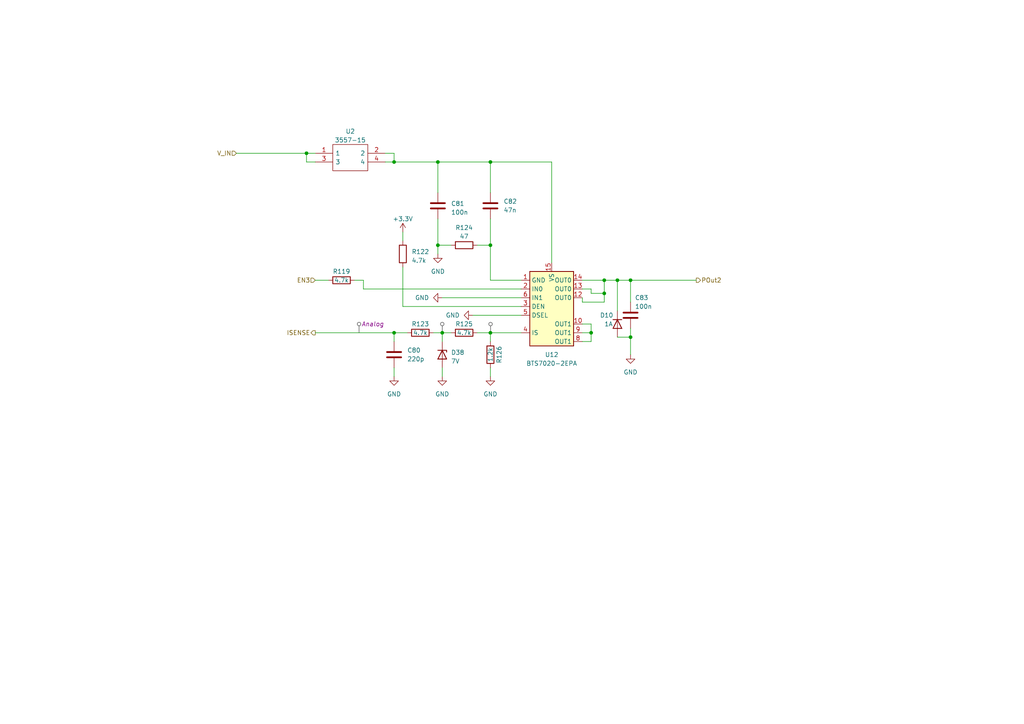
<source format=kicad_sch>
(kicad_sch
	(version 20231120)
	(generator "eeschema")
	(generator_version "8.0")
	(uuid "19406348-8ba0-48cf-a27b-c2d8b460ad99")
	(paper "A4")
	(title_block
		(title "PDU FT24")
		(company "Nived Jayaprakash Nambiar ")
		(comment 1 "FasTTUBe Electronics")
	)
	(lib_symbols
		(symbol "3557-15:3557-15"
			(pin_names
				(offset 0.762)
			)
			(exclude_from_sim no)
			(in_bom yes)
			(on_board yes)
			(property "Reference" "U"
				(at 16.51 7.62 0)
				(effects
					(font
						(size 1.27 1.27)
					)
					(justify left)
				)
			)
			(property "Value" "3557-15"
				(at 16.51 5.08 0)
				(effects
					(font
						(size 1.27 1.27)
					)
					(justify left)
				)
			)
			(property "Footprint" "355715"
				(at 16.51 2.54 0)
				(effects
					(font
						(size 1.27 1.27)
					)
					(justify left)
					(hide yes)
				)
			)
			(property "Datasheet" "https://componentsearchengine.com/Datasheets/1/3557-15.pdf"
				(at 16.51 0 0)
				(effects
					(font
						(size 1.27 1.27)
					)
					(justify left)
					(hide yes)
				)
			)
			(property "Description" "Fuse Holder T/H 2 IN 1 AUTO BLDE HOLDER, BLUE 15A"
				(at 16.51 -2.54 0)
				(effects
					(font
						(size 1.27 1.27)
					)
					(justify left)
					(hide yes)
				)
			)
			(property "Height" "7.37"
				(at 16.51 -5.08 0)
				(effects
					(font
						(size 1.27 1.27)
					)
					(justify left)
					(hide yes)
				)
			)
			(property "heisener Part Number" ""
				(at 16.51 -7.62 0)
				(effects
					(font
						(size 1.27 1.27)
					)
					(justify left)
					(hide yes)
				)
			)
			(property "heisener Price/Stock" ""
				(at 16.51 -10.16 0)
				(effects
					(font
						(size 1.27 1.27)
					)
					(justify left)
					(hide yes)
				)
			)
			(property "Manufacturer_Name" "Keystone Electronics"
				(at 16.51 -12.7 0)
				(effects
					(font
						(size 1.27 1.27)
					)
					(justify left)
					(hide yes)
				)
			)
			(property "Manufacturer_Part_Number" "3557-15"
				(at 16.51 -15.24 0)
				(effects
					(font
						(size 1.27 1.27)
					)
					(justify left)
					(hide yes)
				)
			)
			(symbol "3557-15_0_0"
				(pin passive line
					(at 0 0 0)
					(length 5.08)
					(name "1"
						(effects
							(font
								(size 1.27 1.27)
							)
						)
					)
					(number "1"
						(effects
							(font
								(size 1.27 1.27)
							)
						)
					)
				)
				(pin passive line
					(at 20.32 0 180)
					(length 5.08)
					(name "2"
						(effects
							(font
								(size 1.27 1.27)
							)
						)
					)
					(number "2"
						(effects
							(font
								(size 1.27 1.27)
							)
						)
					)
				)
				(pin passive line
					(at 0 -2.54 0)
					(length 5.08)
					(name "3"
						(effects
							(font
								(size 1.27 1.27)
							)
						)
					)
					(number "3"
						(effects
							(font
								(size 1.27 1.27)
							)
						)
					)
				)
				(pin passive line
					(at 20.32 -2.54 180)
					(length 5.08)
					(name "4"
						(effects
							(font
								(size 1.27 1.27)
							)
						)
					)
					(number "4"
						(effects
							(font
								(size 1.27 1.27)
							)
						)
					)
				)
			)
			(symbol "3557-15_0_1"
				(polyline
					(pts
						(xy 5.08 2.54) (xy 15.24 2.54) (xy 15.24 -5.08) (xy 5.08 -5.08) (xy 5.08 2.54)
					)
					(stroke
						(width 0.1524)
						(type solid)
					)
					(fill
						(type none)
					)
				)
			)
		)
		(symbol "Device:C"
			(pin_numbers hide)
			(pin_names
				(offset 0.254)
			)
			(exclude_from_sim no)
			(in_bom yes)
			(on_board yes)
			(property "Reference" "C"
				(at 0.635 2.54 0)
				(effects
					(font
						(size 1.27 1.27)
					)
					(justify left)
				)
			)
			(property "Value" "C"
				(at 0.635 -2.54 0)
				(effects
					(font
						(size 1.27 1.27)
					)
					(justify left)
				)
			)
			(property "Footprint" ""
				(at 0.9652 -3.81 0)
				(effects
					(font
						(size 1.27 1.27)
					)
					(hide yes)
				)
			)
			(property "Datasheet" "~"
				(at 0 0 0)
				(effects
					(font
						(size 1.27 1.27)
					)
					(hide yes)
				)
			)
			(property "Description" "Unpolarized capacitor"
				(at 0 0 0)
				(effects
					(font
						(size 1.27 1.27)
					)
					(hide yes)
				)
			)
			(property "ki_keywords" "cap capacitor"
				(at 0 0 0)
				(effects
					(font
						(size 1.27 1.27)
					)
					(hide yes)
				)
			)
			(property "ki_fp_filters" "C_*"
				(at 0 0 0)
				(effects
					(font
						(size 1.27 1.27)
					)
					(hide yes)
				)
			)
			(symbol "C_0_1"
				(polyline
					(pts
						(xy -2.032 -0.762) (xy 2.032 -0.762)
					)
					(stroke
						(width 0.508)
						(type default)
					)
					(fill
						(type none)
					)
				)
				(polyline
					(pts
						(xy -2.032 0.762) (xy 2.032 0.762)
					)
					(stroke
						(width 0.508)
						(type default)
					)
					(fill
						(type none)
					)
				)
			)
			(symbol "C_1_1"
				(pin passive line
					(at 0 3.81 270)
					(length 2.794)
					(name "~"
						(effects
							(font
								(size 1.27 1.27)
							)
						)
					)
					(number "1"
						(effects
							(font
								(size 1.27 1.27)
							)
						)
					)
				)
				(pin passive line
					(at 0 -3.81 90)
					(length 2.794)
					(name "~"
						(effects
							(font
								(size 1.27 1.27)
							)
						)
					)
					(number "2"
						(effects
							(font
								(size 1.27 1.27)
							)
						)
					)
				)
			)
		)
		(symbol "Device:D"
			(pin_numbers hide)
			(pin_names
				(offset 1.016) hide)
			(exclude_from_sim no)
			(in_bom yes)
			(on_board yes)
			(property "Reference" "D"
				(at 0 2.54 0)
				(effects
					(font
						(size 1.27 1.27)
					)
				)
			)
			(property "Value" "D"
				(at 0 -2.54 0)
				(effects
					(font
						(size 1.27 1.27)
					)
				)
			)
			(property "Footprint" ""
				(at 0 0 0)
				(effects
					(font
						(size 1.27 1.27)
					)
					(hide yes)
				)
			)
			(property "Datasheet" "~"
				(at 0 0 0)
				(effects
					(font
						(size 1.27 1.27)
					)
					(hide yes)
				)
			)
			(property "Description" "Diode"
				(at 0 0 0)
				(effects
					(font
						(size 1.27 1.27)
					)
					(hide yes)
				)
			)
			(property "Sim.Device" "D"
				(at 0 0 0)
				(effects
					(font
						(size 1.27 1.27)
					)
					(hide yes)
				)
			)
			(property "Sim.Pins" "1=K 2=A"
				(at 0 0 0)
				(effects
					(font
						(size 1.27 1.27)
					)
					(hide yes)
				)
			)
			(property "ki_keywords" "diode"
				(at 0 0 0)
				(effects
					(font
						(size 1.27 1.27)
					)
					(hide yes)
				)
			)
			(property "ki_fp_filters" "TO-???* *_Diode_* *SingleDiode* D_*"
				(at 0 0 0)
				(effects
					(font
						(size 1.27 1.27)
					)
					(hide yes)
				)
			)
			(symbol "D_0_1"
				(polyline
					(pts
						(xy -1.27 1.27) (xy -1.27 -1.27)
					)
					(stroke
						(width 0.254)
						(type default)
					)
					(fill
						(type none)
					)
				)
				(polyline
					(pts
						(xy 1.27 0) (xy -1.27 0)
					)
					(stroke
						(width 0)
						(type default)
					)
					(fill
						(type none)
					)
				)
				(polyline
					(pts
						(xy 1.27 1.27) (xy 1.27 -1.27) (xy -1.27 0) (xy 1.27 1.27)
					)
					(stroke
						(width 0.254)
						(type default)
					)
					(fill
						(type none)
					)
				)
			)
			(symbol "D_1_1"
				(pin passive line
					(at -3.81 0 0)
					(length 2.54)
					(name "K"
						(effects
							(font
								(size 1.27 1.27)
							)
						)
					)
					(number "1"
						(effects
							(font
								(size 1.27 1.27)
							)
						)
					)
				)
				(pin passive line
					(at 3.81 0 180)
					(length 2.54)
					(name "A"
						(effects
							(font
								(size 1.27 1.27)
							)
						)
					)
					(number "2"
						(effects
							(font
								(size 1.27 1.27)
							)
						)
					)
				)
			)
		)
		(symbol "Device:D_Zener"
			(pin_numbers hide)
			(pin_names
				(offset 1.016) hide)
			(exclude_from_sim no)
			(in_bom yes)
			(on_board yes)
			(property "Reference" "D"
				(at 0 2.54 0)
				(effects
					(font
						(size 1.27 1.27)
					)
				)
			)
			(property "Value" "D_Zener"
				(at 0 -2.54 0)
				(effects
					(font
						(size 1.27 1.27)
					)
				)
			)
			(property "Footprint" ""
				(at 0 0 0)
				(effects
					(font
						(size 1.27 1.27)
					)
					(hide yes)
				)
			)
			(property "Datasheet" "~"
				(at 0 0 0)
				(effects
					(font
						(size 1.27 1.27)
					)
					(hide yes)
				)
			)
			(property "Description" "Zener diode"
				(at 0 0 0)
				(effects
					(font
						(size 1.27 1.27)
					)
					(hide yes)
				)
			)
			(property "ki_keywords" "diode"
				(at 0 0 0)
				(effects
					(font
						(size 1.27 1.27)
					)
					(hide yes)
				)
			)
			(property "ki_fp_filters" "TO-???* *_Diode_* *SingleDiode* D_*"
				(at 0 0 0)
				(effects
					(font
						(size 1.27 1.27)
					)
					(hide yes)
				)
			)
			(symbol "D_Zener_0_1"
				(polyline
					(pts
						(xy 1.27 0) (xy -1.27 0)
					)
					(stroke
						(width 0)
						(type default)
					)
					(fill
						(type none)
					)
				)
				(polyline
					(pts
						(xy -1.27 -1.27) (xy -1.27 1.27) (xy -0.762 1.27)
					)
					(stroke
						(width 0.254)
						(type default)
					)
					(fill
						(type none)
					)
				)
				(polyline
					(pts
						(xy 1.27 -1.27) (xy 1.27 1.27) (xy -1.27 0) (xy 1.27 -1.27)
					)
					(stroke
						(width 0.254)
						(type default)
					)
					(fill
						(type none)
					)
				)
			)
			(symbol "D_Zener_1_1"
				(pin passive line
					(at -3.81 0 0)
					(length 2.54)
					(name "K"
						(effects
							(font
								(size 1.27 1.27)
							)
						)
					)
					(number "1"
						(effects
							(font
								(size 1.27 1.27)
							)
						)
					)
				)
				(pin passive line
					(at 3.81 0 180)
					(length 2.54)
					(name "A"
						(effects
							(font
								(size 1.27 1.27)
							)
						)
					)
					(number "2"
						(effects
							(font
								(size 1.27 1.27)
							)
						)
					)
				)
			)
		)
		(symbol "Device:R"
			(pin_numbers hide)
			(pin_names
				(offset 0)
			)
			(exclude_from_sim no)
			(in_bom yes)
			(on_board yes)
			(property "Reference" "R"
				(at 2.032 0 90)
				(effects
					(font
						(size 1.27 1.27)
					)
				)
			)
			(property "Value" "R"
				(at 0 0 90)
				(effects
					(font
						(size 1.27 1.27)
					)
				)
			)
			(property "Footprint" ""
				(at -1.778 0 90)
				(effects
					(font
						(size 1.27 1.27)
					)
					(hide yes)
				)
			)
			(property "Datasheet" "~"
				(at 0 0 0)
				(effects
					(font
						(size 1.27 1.27)
					)
					(hide yes)
				)
			)
			(property "Description" "Resistor"
				(at 0 0 0)
				(effects
					(font
						(size 1.27 1.27)
					)
					(hide yes)
				)
			)
			(property "ki_keywords" "R res resistor"
				(at 0 0 0)
				(effects
					(font
						(size 1.27 1.27)
					)
					(hide yes)
				)
			)
			(property "ki_fp_filters" "R_*"
				(at 0 0 0)
				(effects
					(font
						(size 1.27 1.27)
					)
					(hide yes)
				)
			)
			(symbol "R_0_1"
				(rectangle
					(start -1.016 -2.54)
					(end 1.016 2.54)
					(stroke
						(width 0.254)
						(type default)
					)
					(fill
						(type none)
					)
				)
			)
			(symbol "R_1_1"
				(pin passive line
					(at 0 3.81 270)
					(length 1.27)
					(name "~"
						(effects
							(font
								(size 1.27 1.27)
							)
						)
					)
					(number "1"
						(effects
							(font
								(size 1.27 1.27)
							)
						)
					)
				)
				(pin passive line
					(at 0 -3.81 90)
					(length 1.27)
					(name "~"
						(effects
							(font
								(size 1.27 1.27)
							)
						)
					)
					(number "2"
						(effects
							(font
								(size 1.27 1.27)
							)
						)
					)
				)
			)
		)
		(symbol "PROFET:BTS7020-2EPA"
			(exclude_from_sim no)
			(in_bom yes)
			(on_board yes)
			(property "Reference" "U9"
				(at 0 -13.97 0)
				(effects
					(font
						(size 1.27 1.27)
					)
				)
			)
			(property "Value" "BTS7020-2EPA"
				(at 0 -16.51 0)
				(effects
					(font
						(size 1.27 1.27)
					)
				)
			)
			(property "Footprint" "Package_SO:Infineon_PG-TSDSO-14-22"
				(at -22.86 -12.7 0)
				(effects
					(font
						(size 1.27 1.27)
					)
					(hide yes)
				)
			)
			(property "Datasheet" "https://www.infineon.com/dgdl/Infineon-BTS7020-2EPA-DataSheet-v01_10-EN.pdf?fileId=5546d4625ee5d4cd015f10627dfb6ca3"
				(at -3.81 -19.05 0)
				(effects
					(font
						(size 1.27 1.27)
					)
					(hide yes)
				)
			)
			(property "Description" "Smart High-Side Power Switch, PROFET, Two Channel, 12V, 5A, Rds(on) 23.7mΩ, PG-TSDSO-14-22"
				(at 0 0 0)
				(effects
					(font
						(size 1.27 1.27)
					)
					(hide yes)
				)
			)
			(property "ki_keywords" "BTS7004"
				(at 0 0 0)
				(effects
					(font
						(size 1.27 1.27)
					)
					(hide yes)
				)
			)
			(property "ki_fp_filters" "Infineon*TSDSO*22*"
				(at 0 0 0)
				(effects
					(font
						(size 1.27 1.27)
					)
					(hide yes)
				)
			)
			(symbol "BTS7020-2EPA_0_0"
				(pin input line
					(at -8.89 -2.54 0)
					(length 2.54)
					(name "DSEL"
						(effects
							(font
								(size 1.27 1.27)
							)
						)
					)
					(number "5"
						(effects
							(font
								(size 1.27 1.27)
							)
						)
					)
				)
				(pin input line
					(at -8.89 2.54 0)
					(length 2.54)
					(name "IN1"
						(effects
							(font
								(size 1.27 1.27)
							)
						)
					)
					(number "6"
						(effects
							(font
								(size 1.27 1.27)
							)
						)
					)
				)
			)
			(symbol "BTS7020-2EPA_0_1"
				(rectangle
					(start -6.35 10.16)
					(end 6.35 -11.43)
					(stroke
						(width 0.254)
						(type default)
					)
					(fill
						(type background)
					)
				)
			)
			(symbol "BTS7020-2EPA_1_1"
				(pin power_out line
					(at -8.89 7.62 0)
					(length 2.54)
					(name "GND"
						(effects
							(font
								(size 1.27 1.27)
							)
						)
					)
					(number "1"
						(effects
							(font
								(size 1.27 1.27)
							)
						)
					)
				)
				(pin passive line
					(at 8.89 -5.08 180)
					(length 2.54)
					(name "OUT1"
						(effects
							(font
								(size 1.27 1.27)
							)
						)
					)
					(number "10"
						(effects
							(font
								(size 1.27 1.27)
							)
						)
					)
				)
				(pin no_connect line
					(at 8.89 -1.27 180)
					(length 2.54) hide
					(name "NC"
						(effects
							(font
								(size 1.27 1.27)
							)
						)
					)
					(number "11"
						(effects
							(font
								(size 1.27 1.27)
							)
						)
					)
				)
				(pin passive line
					(at 8.89 2.54 180)
					(length 2.54)
					(name "OUT0"
						(effects
							(font
								(size 1.27 1.27)
							)
						)
					)
					(number "12"
						(effects
							(font
								(size 1.27 1.27)
							)
						)
					)
				)
				(pin passive line
					(at 8.89 5.08 180)
					(length 2.54)
					(name "OUT0"
						(effects
							(font
								(size 1.27 1.27)
							)
						)
					)
					(number "13"
						(effects
							(font
								(size 1.27 1.27)
							)
						)
					)
				)
				(pin output line
					(at 8.89 7.62 180)
					(length 2.54)
					(name "OUT0"
						(effects
							(font
								(size 1.27 1.27)
							)
						)
					)
					(number "14"
						(effects
							(font
								(size 1.27 1.27)
							)
						)
					)
				)
				(pin input line
					(at 0 12.7 270)
					(length 2.54)
					(name "VS"
						(effects
							(font
								(size 1.27 1.27)
							)
						)
					)
					(number "15"
						(effects
							(font
								(size 1.27 1.27)
							)
						)
					)
				)
				(pin input line
					(at -8.89 5.08 0)
					(length 2.54)
					(name "IN0"
						(effects
							(font
								(size 1.27 1.27)
							)
						)
					)
					(number "2"
						(effects
							(font
								(size 1.27 1.27)
							)
						)
					)
				)
				(pin input line
					(at -8.89 0 0)
					(length 2.54)
					(name "DEN"
						(effects
							(font
								(size 1.27 1.27)
							)
						)
					)
					(number "3"
						(effects
							(font
								(size 1.27 1.27)
							)
						)
					)
				)
				(pin output line
					(at -8.89 -7.62 0)
					(length 2.54)
					(name "IS"
						(effects
							(font
								(size 1.27 1.27)
							)
						)
					)
					(number "4"
						(effects
							(font
								(size 1.27 1.27)
							)
						)
					)
				)
				(pin no_connect line
					(at -8.89 -10.16 0)
					(length 2.54) hide
					(name "NC"
						(effects
							(font
								(size 1.27 1.27)
							)
						)
					)
					(number "7"
						(effects
							(font
								(size 1.27 1.27)
							)
						)
					)
				)
				(pin output line
					(at 8.89 -10.16 180)
					(length 2.54)
					(name "OUT1"
						(effects
							(font
								(size 1.27 1.27)
							)
						)
					)
					(number "8"
						(effects
							(font
								(size 1.27 1.27)
							)
						)
					)
				)
				(pin passive line
					(at 8.89 -7.62 180)
					(length 2.54)
					(name "OUT1"
						(effects
							(font
								(size 1.27 1.27)
							)
						)
					)
					(number "9"
						(effects
							(font
								(size 1.27 1.27)
							)
						)
					)
				)
			)
		)
		(symbol "power:+3.3V"
			(power)
			(pin_names
				(offset 0)
			)
			(exclude_from_sim no)
			(in_bom yes)
			(on_board yes)
			(property "Reference" "#PWR"
				(at 0 -3.81 0)
				(effects
					(font
						(size 1.27 1.27)
					)
					(hide yes)
				)
			)
			(property "Value" "+3.3V"
				(at 0 3.556 0)
				(effects
					(font
						(size 1.27 1.27)
					)
				)
			)
			(property "Footprint" ""
				(at 0 0 0)
				(effects
					(font
						(size 1.27 1.27)
					)
					(hide yes)
				)
			)
			(property "Datasheet" ""
				(at 0 0 0)
				(effects
					(font
						(size 1.27 1.27)
					)
					(hide yes)
				)
			)
			(property "Description" "Power symbol creates a global label with name \"+3.3V\""
				(at 0 0 0)
				(effects
					(font
						(size 1.27 1.27)
					)
					(hide yes)
				)
			)
			(property "ki_keywords" "global power"
				(at 0 0 0)
				(effects
					(font
						(size 1.27 1.27)
					)
					(hide yes)
				)
			)
			(symbol "+3.3V_0_1"
				(polyline
					(pts
						(xy -0.762 1.27) (xy 0 2.54)
					)
					(stroke
						(width 0)
						(type default)
					)
					(fill
						(type none)
					)
				)
				(polyline
					(pts
						(xy 0 0) (xy 0 2.54)
					)
					(stroke
						(width 0)
						(type default)
					)
					(fill
						(type none)
					)
				)
				(polyline
					(pts
						(xy 0 2.54) (xy 0.762 1.27)
					)
					(stroke
						(width 0)
						(type default)
					)
					(fill
						(type none)
					)
				)
			)
			(symbol "+3.3V_1_1"
				(pin power_in line
					(at 0 0 90)
					(length 0) hide
					(name "+3.3V"
						(effects
							(font
								(size 1.27 1.27)
							)
						)
					)
					(number "1"
						(effects
							(font
								(size 1.27 1.27)
							)
						)
					)
				)
			)
		)
		(symbol "power:GND"
			(power)
			(pin_names
				(offset 0)
			)
			(exclude_from_sim no)
			(in_bom yes)
			(on_board yes)
			(property "Reference" "#PWR"
				(at 0 -6.35 0)
				(effects
					(font
						(size 1.27 1.27)
					)
					(hide yes)
				)
			)
			(property "Value" "GND"
				(at 0 -3.81 0)
				(effects
					(font
						(size 1.27 1.27)
					)
				)
			)
			(property "Footprint" ""
				(at 0 0 0)
				(effects
					(font
						(size 1.27 1.27)
					)
					(hide yes)
				)
			)
			(property "Datasheet" ""
				(at 0 0 0)
				(effects
					(font
						(size 1.27 1.27)
					)
					(hide yes)
				)
			)
			(property "Description" "Power symbol creates a global label with name \"GND\" , ground"
				(at 0 0 0)
				(effects
					(font
						(size 1.27 1.27)
					)
					(hide yes)
				)
			)
			(property "ki_keywords" "global power"
				(at 0 0 0)
				(effects
					(font
						(size 1.27 1.27)
					)
					(hide yes)
				)
			)
			(symbol "GND_0_1"
				(polyline
					(pts
						(xy 0 0) (xy 0 -1.27) (xy 1.27 -1.27) (xy 0 -2.54) (xy -1.27 -1.27) (xy 0 -1.27)
					)
					(stroke
						(width 0)
						(type default)
					)
					(fill
						(type none)
					)
				)
			)
			(symbol "GND_1_1"
				(pin power_in line
					(at 0 0 270)
					(length 0) hide
					(name "GND"
						(effects
							(font
								(size 1.27 1.27)
							)
						)
					)
					(number "1"
						(effects
							(font
								(size 1.27 1.27)
							)
						)
					)
				)
			)
		)
	)
	(junction
		(at 142.24 46.99)
		(diameter 0)
		(color 0 0 0 0)
		(uuid "13d73ce3-d3b7-4b88-9d78-5aa05f079316")
	)
	(junction
		(at 142.24 96.52)
		(diameter 0)
		(color 0 0 0 0)
		(uuid "2b03a646-ba11-4e65-a3fe-aedf95318aa3")
	)
	(junction
		(at 88.9 44.45)
		(diameter 0)
		(color 0 0 0 0)
		(uuid "3766af84-abc3-45e6-81be-a9bf85c5458d")
	)
	(junction
		(at 114.3 46.99)
		(diameter 0)
		(color 0 0 0 0)
		(uuid "43f56ece-7b94-4fda-b13a-f42c7a5e0806")
	)
	(junction
		(at 127 46.99)
		(diameter 0)
		(color 0 0 0 0)
		(uuid "5498d4d4-6313-4a30-8cad-3aaa386b8710")
	)
	(junction
		(at 142.24 71.12)
		(diameter 0)
		(color 0 0 0 0)
		(uuid "5d100cc3-8227-454b-9f6d-79ff88e31605")
	)
	(junction
		(at 175.26 85.09)
		(diameter 0)
		(color 0 0 0 0)
		(uuid "628c0739-5f59-4f29-b7f5-ffe6a58d2dde")
	)
	(junction
		(at 182.88 81.28)
		(diameter 0)
		(color 0 0 0 0)
		(uuid "7d7fb34d-d261-43af-9765-b85c080e8970")
	)
	(junction
		(at 179.07 81.28)
		(diameter 0)
		(color 0 0 0 0)
		(uuid "80cc281a-9dcf-42ef-8d80-63f3ab65c4fc")
	)
	(junction
		(at 128.27 96.52)
		(diameter 0)
		(color 0 0 0 0)
		(uuid "886e990e-4838-477e-84c1-390e90cfd47f")
	)
	(junction
		(at 127 71.12)
		(diameter 0)
		(color 0 0 0 0)
		(uuid "938ee2cc-c59f-4840-a524-b2d98f02895b")
	)
	(junction
		(at 171.45 96.52)
		(diameter 0)
		(color 0 0 0 0)
		(uuid "a5f1589c-fd6d-4e3d-8aba-f884b13cc5ff")
	)
	(junction
		(at 175.26 81.28)
		(diameter 0)
		(color 0 0 0 0)
		(uuid "c35a7e69-f1c0-4d93-9f02-1134fa713588")
	)
	(junction
		(at 182.88 97.79)
		(diameter 0)
		(color 0 0 0 0)
		(uuid "efa63258-d90d-4823-ac39-e9d1d66a898f")
	)
	(junction
		(at 114.3 96.52)
		(diameter 0)
		(color 0 0 0 0)
		(uuid "fe0d219d-fcea-4c17-8aa9-1c36f543222d")
	)
	(wire
		(pts
			(xy 168.91 87.63) (xy 175.26 87.63)
		)
		(stroke
			(width 0)
			(type default)
		)
		(uuid "019fb5b0-42f3-4fed-afd5-f7a53eae9dc7")
	)
	(wire
		(pts
			(xy 168.91 96.52) (xy 171.45 96.52)
		)
		(stroke
			(width 0)
			(type default)
		)
		(uuid "0936ff91-4ee5-41b7-af39-e21731e07b22")
	)
	(wire
		(pts
			(xy 175.26 87.63) (xy 175.26 85.09)
		)
		(stroke
			(width 0)
			(type default)
		)
		(uuid "0a73c488-4473-4522-a108-1838bbefc424")
	)
	(wire
		(pts
			(xy 127 46.99) (xy 142.24 46.99)
		)
		(stroke
			(width 0)
			(type default)
		)
		(uuid "0ff9d02b-2bb2-4320-8966-061258da2aed")
	)
	(wire
		(pts
			(xy 175.26 81.28) (xy 179.07 81.28)
		)
		(stroke
			(width 0)
			(type default)
		)
		(uuid "11c205fb-0937-449d-9221-6a4595474104")
	)
	(wire
		(pts
			(xy 114.3 46.99) (xy 127 46.99)
		)
		(stroke
			(width 0)
			(type default)
		)
		(uuid "1c3f47a5-f45b-4633-8268-58a2d05e33dd")
	)
	(wire
		(pts
			(xy 114.3 44.45) (xy 114.3 46.99)
		)
		(stroke
			(width 0)
			(type default)
		)
		(uuid "1dbddc7e-cf9f-41e6-ab8d-c4d64fd04e07")
	)
	(wire
		(pts
			(xy 116.84 88.9) (xy 151.13 88.9)
		)
		(stroke
			(width 0)
			(type default)
		)
		(uuid "23b67aa6-9a24-4dbf-b73e-adb55c072a17")
	)
	(wire
		(pts
			(xy 118.11 96.52) (xy 114.3 96.52)
		)
		(stroke
			(width 0)
			(type default)
		)
		(uuid "258324d1-09d2-4630-af93-3eee120bce26")
	)
	(wire
		(pts
			(xy 128.27 86.36) (xy 151.13 86.36)
		)
		(stroke
			(width 0)
			(type default)
		)
		(uuid "3449c34c-2465-45e5-801e-22e03691bafa")
	)
	(wire
		(pts
			(xy 88.9 44.45) (xy 91.44 44.45)
		)
		(stroke
			(width 0)
			(type default)
		)
		(uuid "39824da0-2b8a-4a04-8106-b07a26be4460")
	)
	(wire
		(pts
			(xy 68.58 44.45) (xy 88.9 44.45)
		)
		(stroke
			(width 0)
			(type default)
		)
		(uuid "3f4bc982-4da2-447c-99ec-6dcce4fc899c")
	)
	(wire
		(pts
			(xy 168.91 81.28) (xy 175.26 81.28)
		)
		(stroke
			(width 0)
			(type default)
		)
		(uuid "40733540-902a-460d-b3d6-bc8fea8dab3c")
	)
	(wire
		(pts
			(xy 114.3 106.68) (xy 114.3 109.22)
		)
		(stroke
			(width 0)
			(type default)
		)
		(uuid "41f39456-5eb7-4328-b52b-76b01975425d")
	)
	(wire
		(pts
			(xy 179.07 81.28) (xy 179.07 90.17)
		)
		(stroke
			(width 0)
			(type default)
		)
		(uuid "438923ab-5bcb-4fb9-81da-d1435a806efe")
	)
	(wire
		(pts
			(xy 138.43 71.12) (xy 142.24 71.12)
		)
		(stroke
			(width 0)
			(type default)
		)
		(uuid "45a2306f-e555-4dd7-803e-18409d7fff04")
	)
	(wire
		(pts
			(xy 91.44 81.28) (xy 95.25 81.28)
		)
		(stroke
			(width 0)
			(type default)
		)
		(uuid "4642c81b-05c4-4562-89c0-b911ee04cc42")
	)
	(wire
		(pts
			(xy 142.24 96.52) (xy 138.43 96.52)
		)
		(stroke
			(width 0)
			(type default)
		)
		(uuid "49ba075a-a34a-47b1-9b72-0482777098c4")
	)
	(wire
		(pts
			(xy 116.84 77.47) (xy 116.84 88.9)
		)
		(stroke
			(width 0)
			(type default)
		)
		(uuid "4c01056f-6cd7-437b-8e24-01ebb3c5bea4")
	)
	(wire
		(pts
			(xy 171.45 93.98) (xy 171.45 96.52)
		)
		(stroke
			(width 0)
			(type default)
		)
		(uuid "4f50b580-c506-445b-a853-135861dee035")
	)
	(wire
		(pts
			(xy 171.45 96.52) (xy 171.45 99.06)
		)
		(stroke
			(width 0)
			(type default)
		)
		(uuid "5e4067a0-0eb1-40da-bb00-f3f6a6eefb41")
	)
	(wire
		(pts
			(xy 171.45 85.09) (xy 175.26 85.09)
		)
		(stroke
			(width 0)
			(type default)
		)
		(uuid "5f8a4722-c25d-4ef8-b7ac-1e57fa632c9d")
	)
	(wire
		(pts
			(xy 182.88 81.28) (xy 182.88 87.63)
		)
		(stroke
			(width 0)
			(type default)
		)
		(uuid "623734da-b838-4a2b-8c0a-fb2f73053202")
	)
	(wire
		(pts
			(xy 142.24 46.99) (xy 142.24 55.88)
		)
		(stroke
			(width 0)
			(type default)
		)
		(uuid "64edb2a0-e85d-48d0-928e-bf82df9d391e")
	)
	(wire
		(pts
			(xy 127 71.12) (xy 127 63.5)
		)
		(stroke
			(width 0)
			(type default)
		)
		(uuid "7705b180-18fb-4bfe-a1c9-e9e4efc68198")
	)
	(wire
		(pts
			(xy 116.84 67.31) (xy 116.84 69.85)
		)
		(stroke
			(width 0)
			(type default)
		)
		(uuid "79ed480c-659c-4615-a12a-6d5baf26a635")
	)
	(wire
		(pts
			(xy 142.24 96.52) (xy 151.13 96.52)
		)
		(stroke
			(width 0)
			(type default)
		)
		(uuid "7e3ed60e-773e-4473-b9d0-fdbdc33f941b")
	)
	(wire
		(pts
			(xy 105.41 83.82) (xy 105.41 81.28)
		)
		(stroke
			(width 0)
			(type default)
		)
		(uuid "81b0b414-fab2-44b3-a45b-8909dc2c0ca6")
	)
	(wire
		(pts
			(xy 130.81 71.12) (xy 127 71.12)
		)
		(stroke
			(width 0)
			(type default)
		)
		(uuid "850cb2ca-22eb-4dd7-aa81-56ad08d3b4ca")
	)
	(wire
		(pts
			(xy 182.88 81.28) (xy 201.93 81.28)
		)
		(stroke
			(width 0)
			(type default)
		)
		(uuid "86100499-9ad2-40e8-92c8-c59d46be716c")
	)
	(wire
		(pts
			(xy 142.24 81.28) (xy 151.13 81.28)
		)
		(stroke
			(width 0)
			(type default)
		)
		(uuid "8782dbf5-f5e0-40ae-b43d-c089e1c97efd")
	)
	(wire
		(pts
			(xy 88.9 46.99) (xy 88.9 44.45)
		)
		(stroke
			(width 0)
			(type default)
		)
		(uuid "8fc9ba4d-14af-4560-adb7-d48d87ebc87b")
	)
	(wire
		(pts
			(xy 160.02 46.99) (xy 160.02 76.2)
		)
		(stroke
			(width 0)
			(type default)
		)
		(uuid "95a3558b-0271-41d3-a785-0dc56a4a924c")
	)
	(wire
		(pts
			(xy 171.45 83.82) (xy 168.91 83.82)
		)
		(stroke
			(width 0)
			(type default)
		)
		(uuid "96300edd-555a-43b6-abc1-a7a61a00c430")
	)
	(wire
		(pts
			(xy 111.76 46.99) (xy 114.3 46.99)
		)
		(stroke
			(width 0)
			(type default)
		)
		(uuid "96f2050c-bc24-45fe-8b5c-78b6977dea50")
	)
	(wire
		(pts
			(xy 111.76 44.45) (xy 114.3 44.45)
		)
		(stroke
			(width 0)
			(type default)
		)
		(uuid "9971143e-6d7e-49ee-bddf-39188dff8870")
	)
	(wire
		(pts
			(xy 179.07 81.28) (xy 182.88 81.28)
		)
		(stroke
			(width 0)
			(type default)
		)
		(uuid "9b3d2838-bac0-401a-ac16-289d16fdd7df")
	)
	(wire
		(pts
			(xy 91.44 46.99) (xy 88.9 46.99)
		)
		(stroke
			(width 0)
			(type default)
		)
		(uuid "9f081c93-dc7b-449c-9aee-a9540713a054")
	)
	(wire
		(pts
			(xy 182.88 102.87) (xy 182.88 97.79)
		)
		(stroke
			(width 0)
			(type default)
		)
		(uuid "a70d37a6-f45e-4562-8f68-2739e13fbe9e")
	)
	(wire
		(pts
			(xy 168.91 99.06) (xy 171.45 99.06)
		)
		(stroke
			(width 0)
			(type default)
		)
		(uuid "aa53e892-8a25-415a-b186-c56391f836d0")
	)
	(wire
		(pts
			(xy 91.44 96.52) (xy 114.3 96.52)
		)
		(stroke
			(width 0)
			(type default)
		)
		(uuid "af54a855-557e-4fba-805b-e39cf2ba8f99")
	)
	(wire
		(pts
			(xy 142.24 46.99) (xy 160.02 46.99)
		)
		(stroke
			(width 0)
			(type default)
		)
		(uuid "afe8e211-fda2-423d-8aa8-57df966ccb6d")
	)
	(wire
		(pts
			(xy 128.27 96.52) (xy 125.73 96.52)
		)
		(stroke
			(width 0)
			(type default)
		)
		(uuid "afff7360-2730-4f19-b1f5-ce69d04f5f85")
	)
	(wire
		(pts
			(xy 168.91 93.98) (xy 171.45 93.98)
		)
		(stroke
			(width 0)
			(type default)
		)
		(uuid "b76ddb1d-aa3e-494c-b15a-1f3bc867ebe4")
	)
	(wire
		(pts
			(xy 142.24 99.06) (xy 142.24 96.52)
		)
		(stroke
			(width 0)
			(type default)
		)
		(uuid "b8666a39-b73d-412f-af06-165946ee092c")
	)
	(wire
		(pts
			(xy 105.41 83.82) (xy 151.13 83.82)
		)
		(stroke
			(width 0)
			(type default)
		)
		(uuid "bd503728-24c5-412c-ae2d-58b4e53df50b")
	)
	(wire
		(pts
			(xy 142.24 71.12) (xy 142.24 81.28)
		)
		(stroke
			(width 0)
			(type default)
		)
		(uuid "c1b13df8-4793-4563-bdda-be0b6c95b64a")
	)
	(wire
		(pts
			(xy 137.16 91.44) (xy 151.13 91.44)
		)
		(stroke
			(width 0)
			(type default)
		)
		(uuid "c488944b-11bb-4f83-8182-8f81c702ba7d")
	)
	(wire
		(pts
			(xy 128.27 96.52) (xy 130.81 96.52)
		)
		(stroke
			(width 0)
			(type default)
		)
		(uuid "cf15343e-3731-4dc7-a760-03142171056d")
	)
	(wire
		(pts
			(xy 128.27 106.68) (xy 128.27 109.22)
		)
		(stroke
			(width 0)
			(type default)
		)
		(uuid "d7d88936-9473-4db7-a469-92eed7e1b110")
	)
	(wire
		(pts
			(xy 142.24 106.68) (xy 142.24 109.22)
		)
		(stroke
			(width 0)
			(type default)
		)
		(uuid "dac35237-8c62-48e1-9e17-7a398a8d1f6b")
	)
	(wire
		(pts
			(xy 182.88 95.25) (xy 182.88 97.79)
		)
		(stroke
			(width 0)
			(type default)
		)
		(uuid "df7286e9-ae51-47e1-9f4e-ea69ae589fe0")
	)
	(wire
		(pts
			(xy 168.91 87.63) (xy 168.91 86.36)
		)
		(stroke
			(width 0)
			(type default)
		)
		(uuid "e07ffb4f-470e-45e0-86da-ae8157cff51d")
	)
	(wire
		(pts
			(xy 175.26 81.28) (xy 175.26 85.09)
		)
		(stroke
			(width 0)
			(type default)
		)
		(uuid "e0a304b5-b201-46f4-ad6a-a3c259f9b80a")
	)
	(wire
		(pts
			(xy 105.41 81.28) (xy 102.87 81.28)
		)
		(stroke
			(width 0)
			(type default)
		)
		(uuid "e8a084e4-f665-4fb2-b6ce-d1b0de437317")
	)
	(wire
		(pts
			(xy 128.27 99.06) (xy 128.27 96.52)
		)
		(stroke
			(width 0)
			(type default)
		)
		(uuid "ea6e53cc-d0dc-412e-9a78-f70497d8b20f")
	)
	(wire
		(pts
			(xy 127 46.99) (xy 127 55.88)
		)
		(stroke
			(width 0)
			(type default)
		)
		(uuid "f08d199b-362e-4eb9-9e26-97fa26fd48a7")
	)
	(wire
		(pts
			(xy 171.45 85.09) (xy 171.45 83.82)
		)
		(stroke
			(width 0)
			(type default)
		)
		(uuid "f106eefa-7204-48ec-bd37-2264b1f052ce")
	)
	(wire
		(pts
			(xy 142.24 63.5) (xy 142.24 71.12)
		)
		(stroke
			(width 0)
			(type default)
		)
		(uuid "f4dd8679-31d4-456f-ab9b-8498dea96c53")
	)
	(wire
		(pts
			(xy 114.3 96.52) (xy 114.3 99.06)
		)
		(stroke
			(width 0)
			(type default)
		)
		(uuid "fb70cdc2-667a-46ff-871a-29bb19a2271c")
	)
	(wire
		(pts
			(xy 179.07 97.79) (xy 182.88 97.79)
		)
		(stroke
			(width 0)
			(type default)
		)
		(uuid "fd90990e-e4a2-454d-b966-fce85e28b3eb")
	)
	(wire
		(pts
			(xy 127 71.12) (xy 127 73.66)
		)
		(stroke
			(width 0)
			(type default)
		)
		(uuid "ffaa3427-4241-4402-add9-92968fa72d95")
	)
	(hierarchical_label "ISENSE"
		(shape output)
		(at 91.44 96.52 180)
		(fields_autoplaced yes)
		(effects
			(font
				(size 1.27 1.27)
			)
			(justify right)
		)
		(uuid "21895575-49b1-4836-875c-8f17b30a3b74")
	)
	(hierarchical_label "V_IN"
		(shape input)
		(at 68.58 44.45 180)
		(fields_autoplaced yes)
		(effects
			(font
				(size 1.27 1.27)
			)
			(justify right)
		)
		(uuid "3c6c324b-bbf2-4de3-90cb-cab3bcf17cac")
	)
	(hierarchical_label "POut2"
		(shape output)
		(at 201.93 81.28 0)
		(fields_autoplaced yes)
		(effects
			(font
				(size 1.27 1.27)
			)
			(justify left)
		)
		(uuid "f42762f1-2779-4ecc-b151-19823b0f3556")
	)
	(hierarchical_label "EN3"
		(shape input)
		(at 91.44 81.28 180)
		(fields_autoplaced yes)
		(effects
			(font
				(size 1.27 1.27)
			)
			(justify right)
		)
		(uuid "fea1eb71-e92f-4c9c-8b7a-535475f3b047")
	)
	(netclass_flag ""
		(length 2.54)
		(shape round)
		(at 128.27 96.52 0)
		(fields_autoplaced yes)
		(effects
			(font
				(size 1.27 1.27)
			)
			(justify left bottom)
		)
		(uuid "91cbc913-b42c-4d36-8be5-d961101f0fd8")
		(property "Netclass" "Analog"
			(at 128.9685 93.98 0)
			(effects
				(font
					(size 1.27 1.27)
					(italic yes)
				)
				(justify left)
				(hide yes)
			)
		)
	)
	(netclass_flag ""
		(length 2.54)
		(shape round)
		(at 142.2806 96.5335 0)
		(fields_autoplaced yes)
		(effects
			(font
				(size 1.27 1.27)
			)
			(justify left bottom)
		)
		(uuid "a8d2a654-c524-45d6-b2b3-101b4704620d")
		(property "Netclass" "Analog"
			(at 142.9791 93.9935 0)
			(effects
				(font
					(size 1.27 1.27)
					(italic yes)
				)
				(justify left)
				(hide yes)
			)
		)
	)
	(netclass_flag ""
		(length 2.54)
		(shape round)
		(at 104.14 96.52 0)
		(fields_autoplaced yes)
		(effects
			(font
				(size 1.27 1.27)
			)
			(justify left bottom)
		)
		(uuid "fe21a315-c85d-468f-91ea-37882d96e69d")
		(property "Netclass" "Analog"
			(at 104.8385 93.98 0)
			(effects
				(font
					(size 1.27 1.27)
					(italic yes)
				)
				(justify left)
			)
		)
	)
	(symbol
		(lib_id "Device:D_Zener")
		(at 128.27 102.87 270)
		(unit 1)
		(exclude_from_sim no)
		(in_bom yes)
		(on_board yes)
		(dnp no)
		(fields_autoplaced yes)
		(uuid "08fc13ec-64bc-4660-8716-b9e57792cd0d")
		(property "Reference" "D38"
			(at 130.81 102.235 90)
			(effects
				(font
					(size 1.27 1.27)
				)
				(justify left)
			)
		)
		(property "Value" "7V"
			(at 130.81 104.775 90)
			(effects
				(font
					(size 1.27 1.27)
				)
				(justify left)
			)
		)
		(property "Footprint" "Diode_SMD:Nexperia_CFP3_SOD-123W"
			(at 128.27 102.87 0)
			(effects
				(font
					(size 1.27 1.27)
				)
				(hide yes)
			)
		)
		(property "Datasheet" "https://www.mouser.de/datasheet/2/916/HPZR_SER-3045045.pdf"
			(at 128.27 102.87 0)
			(effects
				(font
					(size 1.27 1.27)
				)
				(hide yes)
			)
		)
		(property "Description" ""
			(at 128.27 102.87 0)
			(effects
				(font
					(size 1.27 1.27)
				)
				(hide yes)
			)
		)
		(pin "1"
			(uuid "5898039b-0f07-4785-aa47-a4b359d6c4d9")
		)
		(pin "2"
			(uuid "5cc6471d-d561-4821-a506-1e62a510168a")
		)
		(instances
			(project "PDU FT24"
				(path "/cba93115-b7ba-40c8-a438-b74eea4adf4d/fc136761-7437-4777-9313-169871d18382/a95c2791-2bc4-47a0-a196-92c226b6c1db"
					(reference "D38")
					(unit 1)
				)
			)
		)
	)
	(symbol
		(lib_id "3557-15:3557-15")
		(at 91.44 44.45 0)
		(unit 1)
		(exclude_from_sim no)
		(in_bom yes)
		(on_board yes)
		(dnp no)
		(fields_autoplaced yes)
		(uuid "09ca777f-a6e8-40aa-b1d0-2711eddced35")
		(property "Reference" "U2"
			(at 101.6 38.1 0)
			(effects
				(font
					(size 1.27 1.27)
				)
			)
		)
		(property "Value" "3557-15"
			(at 101.6 40.64 0)
			(effects
				(font
					(size 1.27 1.27)
				)
			)
		)
		(property "Footprint" "Library:355715"
			(at 107.95 41.91 0)
			(effects
				(font
					(size 1.27 1.27)
				)
				(justify left)
				(hide yes)
			)
		)
		(property "Datasheet" "https://componentsearchengine.com/Datasheets/1/3557-15.pdf"
			(at 107.95 44.45 0)
			(effects
				(font
					(size 1.27 1.27)
				)
				(justify left)
				(hide yes)
			)
		)
		(property "Description" "Fuse Holder T/H 2 IN 1 AUTO BLDE HOLDER, BLUE 15A"
			(at 107.95 46.99 0)
			(effects
				(font
					(size 1.27 1.27)
				)
				(justify left)
				(hide yes)
			)
		)
		(property "Height" "7.37"
			(at 107.95 49.53 0)
			(effects
				(font
					(size 1.27 1.27)
				)
				(justify left)
				(hide yes)
			)
		)
		(property "heisener Part Number" ""
			(at 107.95 52.07 0)
			(effects
				(font
					(size 1.27 1.27)
				)
				(justify left)
				(hide yes)
			)
		)
		(property "heisener Price/Stock" ""
			(at 107.95 54.61 0)
			(effects
				(font
					(size 1.27 1.27)
				)
				(justify left)
				(hide yes)
			)
		)
		(property "Manufacturer_Name" "Keystone Electronics"
			(at 107.95 57.15 0)
			(effects
				(font
					(size 1.27 1.27)
				)
				(justify left)
				(hide yes)
			)
		)
		(property "Manufacturer_Part_Number" "3557-15"
			(at 107.95 59.69 0)
			(effects
				(font
					(size 1.27 1.27)
				)
				(justify left)
				(hide yes)
			)
		)
		(pin "1"
			(uuid "69bb82cb-c3f2-432c-a700-7a5564943705")
		)
		(pin "2"
			(uuid "ab2d986b-d5b1-4432-80f6-dd479ac66b57")
		)
		(pin "3"
			(uuid "05ef8008-0938-442c-9098-2ce7a94bb0d5")
		)
		(pin "4"
			(uuid "8dde636c-1c5d-42d2-ab9a-56f2bab8024c")
		)
		(instances
			(project "PDU FT24"
				(path "/cba93115-b7ba-40c8-a438-b74eea4adf4d/fc136761-7437-4777-9313-169871d18382/a95c2791-2bc4-47a0-a196-92c226b6c1db"
					(reference "U2")
					(unit 1)
				)
			)
		)
	)
	(symbol
		(lib_id "Device:C")
		(at 182.88 91.44 0)
		(unit 1)
		(exclude_from_sim no)
		(in_bom yes)
		(on_board yes)
		(dnp no)
		(uuid "0f4f769e-0a92-419d-817d-565d2c4519d6")
		(property "Reference" "C83"
			(at 184.15 86.36 0)
			(effects
				(font
					(size 1.27 1.27)
				)
				(justify left)
			)
		)
		(property "Value" "100n"
			(at 184.15 88.9 0)
			(effects
				(font
					(size 1.27 1.27)
				)
				(justify left)
			)
		)
		(property "Footprint" "Capacitor_SMD:C_0603_1608Metric"
			(at 183.8452 95.25 0)
			(effects
				(font
					(size 1.27 1.27)
				)
				(hide yes)
			)
		)
		(property "Datasheet" "~"
			(at 182.88 91.44 0)
			(effects
				(font
					(size 1.27 1.27)
				)
				(hide yes)
			)
		)
		(property "Description" ""
			(at 182.88 91.44 0)
			(effects
				(font
					(size 1.27 1.27)
				)
				(hide yes)
			)
		)
		(pin "1"
			(uuid "64d982bb-0bd9-4201-81a3-eb5db7bc0971")
		)
		(pin "2"
			(uuid "9f5df269-793d-45de-98e9-d2df92b951b5")
		)
		(instances
			(project "PDU FT24"
				(path "/cba93115-b7ba-40c8-a438-b74eea4adf4d/fc136761-7437-4777-9313-169871d18382/a95c2791-2bc4-47a0-a196-92c226b6c1db"
					(reference "C83")
					(unit 1)
				)
			)
		)
	)
	(symbol
		(lib_id "power:GND")
		(at 137.16 91.44 270)
		(unit 1)
		(exclude_from_sim no)
		(in_bom yes)
		(on_board yes)
		(dnp no)
		(fields_autoplaced yes)
		(uuid "1607b645-46c2-4e4a-9c86-9b2390945d25")
		(property "Reference" "#PWR084"
			(at 130.81 91.44 0)
			(effects
				(font
					(size 1.27 1.27)
				)
				(hide yes)
			)
		)
		(property "Value" "GND"
			(at 133.35 91.4399 90)
			(effects
				(font
					(size 1.27 1.27)
				)
				(justify right)
			)
		)
		(property "Footprint" ""
			(at 137.16 91.44 0)
			(effects
				(font
					(size 1.27 1.27)
				)
				(hide yes)
			)
		)
		(property "Datasheet" ""
			(at 137.16 91.44 0)
			(effects
				(font
					(size 1.27 1.27)
				)
				(hide yes)
			)
		)
		(property "Description" ""
			(at 137.16 91.44 0)
			(effects
				(font
					(size 1.27 1.27)
				)
				(hide yes)
			)
		)
		(pin "1"
			(uuid "43e375dd-8a0c-4f7a-883e-5f9a942cc993")
		)
		(instances
			(project "PDU FT24"
				(path "/cba93115-b7ba-40c8-a438-b74eea4adf4d/fc136761-7437-4777-9313-169871d18382/a95c2791-2bc4-47a0-a196-92c226b6c1db"
					(reference "#PWR084")
					(unit 1)
				)
			)
		)
	)
	(symbol
		(lib_id "Device:D")
		(at 179.07 93.98 270)
		(unit 1)
		(exclude_from_sim no)
		(in_bom yes)
		(on_board yes)
		(dnp no)
		(uuid "2565f69a-8c89-4659-8a2f-975cd89d1c1f")
		(property "Reference" "D10"
			(at 173.99 91.44 90)
			(effects
				(font
					(size 1.27 1.27)
				)
				(justify left)
			)
		)
		(property "Value" "1A"
			(at 175.26 93.98 90)
			(effects
				(font
					(size 1.27 1.27)
				)
				(justify left)
			)
		)
		(property "Footprint" "Diode_SMD:D_SOD-123F"
			(at 179.07 93.98 0)
			(effects
				(font
					(size 1.27 1.27)
				)
				(hide yes)
			)
		)
		(property "Datasheet" "https://www.mouser.de/datasheet/2/389/stpst1h100-3107187.pdf"
			(at 179.07 93.98 0)
			(effects
				(font
					(size 1.27 1.27)
				)
				(hide yes)
			)
		)
		(property "Description" ""
			(at 179.07 93.98 0)
			(effects
				(font
					(size 1.27 1.27)
				)
				(hide yes)
			)
		)
		(property "Sim.Device" "D"
			(at 179.07 93.98 0)
			(effects
				(font
					(size 1.27 1.27)
				)
				(hide yes)
			)
		)
		(property "Sim.Pins" "1=K 2=A"
			(at 179.07 93.98 0)
			(effects
				(font
					(size 1.27 1.27)
				)
				(hide yes)
			)
		)
		(pin "1"
			(uuid "1cb643cc-9929-4f28-9998-27a7a7f3bfe2")
		)
		(pin "2"
			(uuid "d93a9867-4fe4-4811-895d-7b8680939cea")
		)
		(instances
			(project "PDU FT24"
				(path "/cba93115-b7ba-40c8-a438-b74eea4adf4d/fc136761-7437-4777-9313-169871d18382/a95c2791-2bc4-47a0-a196-92c226b6c1db"
					(reference "D10")
					(unit 1)
				)
			)
		)
	)
	(symbol
		(lib_id "PROFET:BTS7020-2EPA")
		(at 160.02 88.9 0)
		(unit 1)
		(exclude_from_sim no)
		(in_bom yes)
		(on_board yes)
		(dnp no)
		(fields_autoplaced yes)
		(uuid "3084e291-1862-4f46-90a5-fd3b7f17eada")
		(property "Reference" "U12"
			(at 160.02 102.87 0)
			(effects
				(font
					(size 1.27 1.27)
				)
			)
		)
		(property "Value" "BTS7020-2EPA"
			(at 160.02 105.41 0)
			(effects
				(font
					(size 1.27 1.27)
				)
			)
		)
		(property "Footprint" "Package_SO:Infineon_PG-TSDSO-14-22"
			(at 137.16 101.6 0)
			(effects
				(font
					(size 1.27 1.27)
				)
				(hide yes)
			)
		)
		(property "Datasheet" "https://www.infineon.com/dgdl/Infineon-BTS7020-2EPA-DataSheet-v01_10-EN.pdf?fileId=5546d4625ee5d4cd015f10627dfb6ca3"
			(at 156.21 107.95 0)
			(effects
				(font
					(size 1.27 1.27)
				)
				(hide yes)
			)
		)
		(property "Description" ""
			(at 160.02 88.9 0)
			(effects
				(font
					(size 1.27 1.27)
				)
				(hide yes)
			)
		)
		(pin "5"
			(uuid "42d48ff8-df87-47dc-ac6b-0e1431f04727")
		)
		(pin "6"
			(uuid "d8322dd7-019a-422e-a0f0-fb4753474989")
		)
		(pin "1"
			(uuid "7375956c-c984-476d-9add-92420f7b2c63")
		)
		(pin "10"
			(uuid "f48b54a5-6b03-4f7e-a9b2-4a39fb900730")
		)
		(pin "11"
			(uuid "6fc01bb4-6b9a-4e84-a639-489eb5c7b520")
		)
		(pin "12"
			(uuid "e76c2547-3da9-45b8-bd99-fb3ca218b626")
		)
		(pin "13"
			(uuid "5eeb5be5-8475-44bc-95d4-286d26b76b7b")
		)
		(pin "14"
			(uuid "d8d99c5f-e716-4ba8-9175-2310db3cbec3")
		)
		(pin "15"
			(uuid "dcbd2ed4-4cf2-4ae5-a5a5-6a5f8d345f09")
		)
		(pin "2"
			(uuid "f2b38166-52ec-4b06-b901-2a14d76cb439")
		)
		(pin "3"
			(uuid "8f333cfb-9cc4-45b0-901c-6e347b1215e2")
		)
		(pin "4"
			(uuid "e57bbd88-dfce-4c1d-a111-f045014001df")
		)
		(pin "7"
			(uuid "7f40f3dc-be48-4288-941d-efb75151422b")
		)
		(pin "8"
			(uuid "2881e2b4-df62-45c1-b442-215936612a9a")
		)
		(pin "9"
			(uuid "d6060913-0c53-4b23-9f7e-47dec270fa92")
		)
		(instances
			(project "PDU FT24"
				(path "/cba93115-b7ba-40c8-a438-b74eea4adf4d/fc136761-7437-4777-9313-169871d18382/a95c2791-2bc4-47a0-a196-92c226b6c1db"
					(reference "U12")
					(unit 1)
				)
			)
		)
	)
	(symbol
		(lib_id "power:+3.3V")
		(at 116.84 67.31 0)
		(unit 1)
		(exclude_from_sim no)
		(in_bom yes)
		(on_board yes)
		(dnp no)
		(fields_autoplaced yes)
		(uuid "32e2bbfe-0c40-44c5-86c9-71c5af8a41e2")
		(property "Reference" "#PWR0146"
			(at 116.84 71.12 0)
			(effects
				(font
					(size 1.27 1.27)
				)
				(hide yes)
			)
		)
		(property "Value" "+3.3V"
			(at 116.84 63.5 0)
			(effects
				(font
					(size 1.27 1.27)
				)
			)
		)
		(property "Footprint" ""
			(at 116.84 67.31 0)
			(effects
				(font
					(size 1.27 1.27)
				)
				(hide yes)
			)
		)
		(property "Datasheet" ""
			(at 116.84 67.31 0)
			(effects
				(font
					(size 1.27 1.27)
				)
				(hide yes)
			)
		)
		(property "Description" ""
			(at 116.84 67.31 0)
			(effects
				(font
					(size 1.27 1.27)
				)
				(hide yes)
			)
		)
		(pin "1"
			(uuid "0ce3dafb-5d1c-4080-a3e7-a65b8846a00e")
		)
		(instances
			(project "PDU FT24"
				(path "/cba93115-b7ba-40c8-a438-b74eea4adf4d/fc136761-7437-4777-9313-169871d18382/a95c2791-2bc4-47a0-a196-92c226b6c1db"
					(reference "#PWR0146")
					(unit 1)
				)
			)
		)
	)
	(symbol
		(lib_id "Device:C")
		(at 127 59.69 0)
		(unit 1)
		(exclude_from_sim no)
		(in_bom yes)
		(on_board yes)
		(dnp no)
		(fields_autoplaced yes)
		(uuid "44b66fc3-8cec-4097-80c2-df9c7a8bf1d7")
		(property "Reference" "C81"
			(at 130.81 59.055 0)
			(effects
				(font
					(size 1.27 1.27)
				)
				(justify left)
			)
		)
		(property "Value" "100n"
			(at 130.81 61.595 0)
			(effects
				(font
					(size 1.27 1.27)
				)
				(justify left)
			)
		)
		(property "Footprint" "Capacitor_SMD:C_0603_1608Metric"
			(at 127.9652 63.5 0)
			(effects
				(font
					(size 1.27 1.27)
				)
				(hide yes)
			)
		)
		(property "Datasheet" "~"
			(at 127 59.69 0)
			(effects
				(font
					(size 1.27 1.27)
				)
				(hide yes)
			)
		)
		(property "Description" ""
			(at 127 59.69 0)
			(effects
				(font
					(size 1.27 1.27)
				)
				(hide yes)
			)
		)
		(pin "1"
			(uuid "7e995bc5-14dc-4b71-9397-7fcce415d4c9")
		)
		(pin "2"
			(uuid "6a158d99-eade-4aa3-9443-925c41e99ea2")
		)
		(instances
			(project "PDU FT24"
				(path "/cba93115-b7ba-40c8-a438-b74eea4adf4d/fc136761-7437-4777-9313-169871d18382/a95c2791-2bc4-47a0-a196-92c226b6c1db"
					(reference "C81")
					(unit 1)
				)
			)
		)
	)
	(symbol
		(lib_id "power:GND")
		(at 142.24 109.22 0)
		(unit 1)
		(exclude_from_sim no)
		(in_bom yes)
		(on_board yes)
		(dnp no)
		(fields_autoplaced yes)
		(uuid "56523dfe-9859-4a2e-b3e0-72f9f478828d")
		(property "Reference" "#PWR0149"
			(at 142.24 115.57 0)
			(effects
				(font
					(size 1.27 1.27)
				)
				(hide yes)
			)
		)
		(property "Value" "GND"
			(at 142.24 114.3 0)
			(effects
				(font
					(size 1.27 1.27)
				)
			)
		)
		(property "Footprint" ""
			(at 142.24 109.22 0)
			(effects
				(font
					(size 1.27 1.27)
				)
				(hide yes)
			)
		)
		(property "Datasheet" ""
			(at 142.24 109.22 0)
			(effects
				(font
					(size 1.27 1.27)
				)
				(hide yes)
			)
		)
		(property "Description" ""
			(at 142.24 109.22 0)
			(effects
				(font
					(size 1.27 1.27)
				)
				(hide yes)
			)
		)
		(pin "1"
			(uuid "0baaf317-f9de-4946-acfa-2e6249b483fe")
		)
		(instances
			(project "PDU FT24"
				(path "/cba93115-b7ba-40c8-a438-b74eea4adf4d/fc136761-7437-4777-9313-169871d18382/a95c2791-2bc4-47a0-a196-92c226b6c1db"
					(reference "#PWR0149")
					(unit 1)
				)
			)
		)
	)
	(symbol
		(lib_id "power:GND")
		(at 128.27 109.22 0)
		(unit 1)
		(exclude_from_sim no)
		(in_bom yes)
		(on_board yes)
		(dnp no)
		(fields_autoplaced yes)
		(uuid "66d2ff32-fc83-4040-abd5-723b6b932644")
		(property "Reference" "#PWR0148"
			(at 128.27 115.57 0)
			(effects
				(font
					(size 1.27 1.27)
				)
				(hide yes)
			)
		)
		(property "Value" "GND"
			(at 128.27 114.3 0)
			(effects
				(font
					(size 1.27 1.27)
				)
			)
		)
		(property "Footprint" ""
			(at 128.27 109.22 0)
			(effects
				(font
					(size 1.27 1.27)
				)
				(hide yes)
			)
		)
		(property "Datasheet" ""
			(at 128.27 109.22 0)
			(effects
				(font
					(size 1.27 1.27)
				)
				(hide yes)
			)
		)
		(property "Description" ""
			(at 128.27 109.22 0)
			(effects
				(font
					(size 1.27 1.27)
				)
				(hide yes)
			)
		)
		(pin "1"
			(uuid "29c1d228-3311-4cae-85ae-443f0a043a6e")
		)
		(instances
			(project "PDU FT24"
				(path "/cba93115-b7ba-40c8-a438-b74eea4adf4d/fc136761-7437-4777-9313-169871d18382/a95c2791-2bc4-47a0-a196-92c226b6c1db"
					(reference "#PWR0148")
					(unit 1)
				)
			)
		)
	)
	(symbol
		(lib_id "power:GND")
		(at 127 73.66 0)
		(unit 1)
		(exclude_from_sim no)
		(in_bom yes)
		(on_board yes)
		(dnp no)
		(fields_autoplaced yes)
		(uuid "6b4f54a8-b154-484f-87c9-b790d5a82a6b")
		(property "Reference" "#PWR0147"
			(at 127 80.01 0)
			(effects
				(font
					(size 1.27 1.27)
				)
				(hide yes)
			)
		)
		(property "Value" "GND"
			(at 127 78.74 0)
			(effects
				(font
					(size 1.27 1.27)
				)
			)
		)
		(property "Footprint" ""
			(at 127 73.66 0)
			(effects
				(font
					(size 1.27 1.27)
				)
				(hide yes)
			)
		)
		(property "Datasheet" ""
			(at 127 73.66 0)
			(effects
				(font
					(size 1.27 1.27)
				)
				(hide yes)
			)
		)
		(property "Description" ""
			(at 127 73.66 0)
			(effects
				(font
					(size 1.27 1.27)
				)
				(hide yes)
			)
		)
		(pin "1"
			(uuid "ceffe6f5-4324-4679-8ce1-cf8829c74c24")
		)
		(instances
			(project "PDU FT24"
				(path "/cba93115-b7ba-40c8-a438-b74eea4adf4d/fc136761-7437-4777-9313-169871d18382/a95c2791-2bc4-47a0-a196-92c226b6c1db"
					(reference "#PWR0147")
					(unit 1)
				)
			)
		)
	)
	(symbol
		(lib_id "Device:R")
		(at 121.92 96.52 90)
		(unit 1)
		(exclude_from_sim no)
		(in_bom yes)
		(on_board yes)
		(dnp no)
		(uuid "764b79ef-daa4-4637-b48d-00a350d7fc5f")
		(property "Reference" "R123"
			(at 121.92 93.98 90)
			(effects
				(font
					(size 1.27 1.27)
				)
			)
		)
		(property "Value" "4.7k"
			(at 121.92 96.52 90)
			(effects
				(font
					(size 1.27 1.27)
				)
			)
		)
		(property "Footprint" "Resistor_SMD:R_0603_1608Metric_Pad0.98x0.95mm_HandSolder"
			(at 121.92 98.298 90)
			(effects
				(font
					(size 1.27 1.27)
				)
				(hide yes)
			)
		)
		(property "Datasheet" "~"
			(at 121.92 96.52 0)
			(effects
				(font
					(size 1.27 1.27)
				)
				(hide yes)
			)
		)
		(property "Description" ""
			(at 121.92 96.52 0)
			(effects
				(font
					(size 1.27 1.27)
				)
				(hide yes)
			)
		)
		(pin "1"
			(uuid "77408779-a662-428c-a9b1-24ec25d9599b")
		)
		(pin "2"
			(uuid "e7985979-bb9b-4aba-ba21-cd1e530a85fb")
		)
		(instances
			(project "PDU FT24"
				(path "/cba93115-b7ba-40c8-a438-b74eea4adf4d/fc136761-7437-4777-9313-169871d18382/a95c2791-2bc4-47a0-a196-92c226b6c1db"
					(reference "R123")
					(unit 1)
				)
			)
		)
	)
	(symbol
		(lib_id "Device:R")
		(at 116.84 73.66 0)
		(unit 1)
		(exclude_from_sim no)
		(in_bom yes)
		(on_board yes)
		(dnp no)
		(fields_autoplaced yes)
		(uuid "7e916417-bd80-4ce8-81ed-cf9258293f0e")
		(property "Reference" "R122"
			(at 119.38 73.025 0)
			(effects
				(font
					(size 1.27 1.27)
				)
				(justify left)
			)
		)
		(property "Value" "4.7k"
			(at 119.38 75.565 0)
			(effects
				(font
					(size 1.27 1.27)
				)
				(justify left)
			)
		)
		(property "Footprint" "Resistor_SMD:R_0603_1608Metric_Pad0.98x0.95mm_HandSolder"
			(at 115.062 73.66 90)
			(effects
				(font
					(size 1.27 1.27)
				)
				(hide yes)
			)
		)
		(property "Datasheet" "~"
			(at 116.84 73.66 0)
			(effects
				(font
					(size 1.27 1.27)
				)
				(hide yes)
			)
		)
		(property "Description" ""
			(at 116.84 73.66 0)
			(effects
				(font
					(size 1.27 1.27)
				)
				(hide yes)
			)
		)
		(pin "1"
			(uuid "38223ba7-a2ea-43a0-8b1c-bc032fbab598")
		)
		(pin "2"
			(uuid "88458c41-e57b-4191-bcaf-3520e71e5125")
		)
		(instances
			(project "PDU FT24"
				(path "/cba93115-b7ba-40c8-a438-b74eea4adf4d/fc136761-7437-4777-9313-169871d18382/a95c2791-2bc4-47a0-a196-92c226b6c1db"
					(reference "R122")
					(unit 1)
				)
			)
		)
	)
	(symbol
		(lib_id "power:GND")
		(at 128.27 86.36 270)
		(unit 1)
		(exclude_from_sim no)
		(in_bom yes)
		(on_board yes)
		(dnp no)
		(fields_autoplaced yes)
		(uuid "8ae9101d-838a-4d68-a824-9204a16119b6")
		(property "Reference" "#PWR079"
			(at 121.92 86.36 0)
			(effects
				(font
					(size 1.27 1.27)
				)
				(hide yes)
			)
		)
		(property "Value" "GND"
			(at 124.46 86.3599 90)
			(effects
				(font
					(size 1.27 1.27)
				)
				(justify right)
			)
		)
		(property "Footprint" ""
			(at 128.27 86.36 0)
			(effects
				(font
					(size 1.27 1.27)
				)
				(hide yes)
			)
		)
		(property "Datasheet" ""
			(at 128.27 86.36 0)
			(effects
				(font
					(size 1.27 1.27)
				)
				(hide yes)
			)
		)
		(property "Description" ""
			(at 128.27 86.36 0)
			(effects
				(font
					(size 1.27 1.27)
				)
				(hide yes)
			)
		)
		(pin "1"
			(uuid "a0234932-d317-43b8-a4cd-30a6143d2842")
		)
		(instances
			(project "PDU FT24"
				(path "/cba93115-b7ba-40c8-a438-b74eea4adf4d/fc136761-7437-4777-9313-169871d18382/a95c2791-2bc4-47a0-a196-92c226b6c1db"
					(reference "#PWR079")
					(unit 1)
				)
			)
		)
	)
	(symbol
		(lib_id "Device:R")
		(at 142.24 102.87 0)
		(unit 1)
		(exclude_from_sim no)
		(in_bom yes)
		(on_board yes)
		(dnp no)
		(uuid "8f6cbd72-10e2-47ca-9d36-cd43aa091ef3")
		(property "Reference" "R126"
			(at 144.78 102.87 90)
			(effects
				(font
					(size 1.27 1.27)
				)
			)
		)
		(property "Value" "1.2k"
			(at 142.24 102.87 90)
			(effects
				(font
					(size 1.27 1.27)
				)
			)
		)
		(property "Footprint" "Resistor_SMD:R_0603_1608Metric_Pad0.98x0.95mm_HandSolder"
			(at 140.462 102.87 90)
			(effects
				(font
					(size 1.27 1.27)
				)
				(hide yes)
			)
		)
		(property "Datasheet" "~"
			(at 142.24 102.87 0)
			(effects
				(font
					(size 1.27 1.27)
				)
				(hide yes)
			)
		)
		(property "Description" ""
			(at 142.24 102.87 0)
			(effects
				(font
					(size 1.27 1.27)
				)
				(hide yes)
			)
		)
		(pin "1"
			(uuid "5cbf7053-073c-47a5-9726-6123d7f0a08c")
		)
		(pin "2"
			(uuid "a87bbb5f-bb80-4e20-8807-449a26d5cf5a")
		)
		(instances
			(project "PDU FT24"
				(path "/cba93115-b7ba-40c8-a438-b74eea4adf4d/fc136761-7437-4777-9313-169871d18382/a95c2791-2bc4-47a0-a196-92c226b6c1db"
					(reference "R126")
					(unit 1)
				)
			)
		)
	)
	(symbol
		(lib_id "Device:R")
		(at 134.62 96.52 90)
		(unit 1)
		(exclude_from_sim no)
		(in_bom yes)
		(on_board yes)
		(dnp no)
		(uuid "9537cdeb-d85b-431a-a5d1-1c6f88079024")
		(property "Reference" "R125"
			(at 134.62 93.98 90)
			(effects
				(font
					(size 1.27 1.27)
				)
			)
		)
		(property "Value" "4.7k"
			(at 134.62 96.52 90)
			(effects
				(font
					(size 1.27 1.27)
				)
			)
		)
		(property "Footprint" "Resistor_SMD:R_0603_1608Metric_Pad0.98x0.95mm_HandSolder"
			(at 134.62 98.298 90)
			(effects
				(font
					(size 1.27 1.27)
				)
				(hide yes)
			)
		)
		(property "Datasheet" "~"
			(at 134.62 96.52 0)
			(effects
				(font
					(size 1.27 1.27)
				)
				(hide yes)
			)
		)
		(property "Description" ""
			(at 134.62 96.52 0)
			(effects
				(font
					(size 1.27 1.27)
				)
				(hide yes)
			)
		)
		(pin "1"
			(uuid "ccd20947-cea7-4113-8f80-8b69c910695b")
		)
		(pin "2"
			(uuid "106a1dc6-8d1c-4bc1-b92b-220a7bcc2269")
		)
		(instances
			(project "PDU FT24"
				(path "/cba93115-b7ba-40c8-a438-b74eea4adf4d/fc136761-7437-4777-9313-169871d18382/a95c2791-2bc4-47a0-a196-92c226b6c1db"
					(reference "R125")
					(unit 1)
				)
			)
		)
	)
	(symbol
		(lib_id "Device:R")
		(at 99.06 81.28 90)
		(unit 1)
		(exclude_from_sim no)
		(in_bom yes)
		(on_board yes)
		(dnp no)
		(uuid "9b068f3a-ae23-40e3-9011-9800cc6a6179")
		(property "Reference" "R119"
			(at 99.06 78.74 90)
			(effects
				(font
					(size 1.27 1.27)
				)
			)
		)
		(property "Value" "4.7k"
			(at 99.06 81.28 90)
			(effects
				(font
					(size 1.27 1.27)
				)
			)
		)
		(property "Footprint" "Resistor_SMD:R_0603_1608Metric_Pad0.98x0.95mm_HandSolder"
			(at 99.06 83.058 90)
			(effects
				(font
					(size 1.27 1.27)
				)
				(hide yes)
			)
		)
		(property "Datasheet" "~"
			(at 99.06 81.28 0)
			(effects
				(font
					(size 1.27 1.27)
				)
				(hide yes)
			)
		)
		(property "Description" ""
			(at 99.06 81.28 0)
			(effects
				(font
					(size 1.27 1.27)
				)
				(hide yes)
			)
		)
		(pin "1"
			(uuid "b571e634-46f5-4487-b94f-cd31e429b09b")
		)
		(pin "2"
			(uuid "b4ee4c24-4fed-4af1-816c-45462d088e8e")
		)
		(instances
			(project "PDU FT24"
				(path "/cba93115-b7ba-40c8-a438-b74eea4adf4d/fc136761-7437-4777-9313-169871d18382/a95c2791-2bc4-47a0-a196-92c226b6c1db"
					(reference "R119")
					(unit 1)
				)
			)
		)
	)
	(symbol
		(lib_id "power:GND")
		(at 182.88 102.87 0)
		(unit 1)
		(exclude_from_sim no)
		(in_bom yes)
		(on_board yes)
		(dnp no)
		(fields_autoplaced yes)
		(uuid "9b2621ba-1e72-42da-aba6-71ee640ba3bc")
		(property "Reference" "#PWR0150"
			(at 182.88 109.22 0)
			(effects
				(font
					(size 1.27 1.27)
				)
				(hide yes)
			)
		)
		(property "Value" "GND"
			(at 182.88 107.95 0)
			(effects
				(font
					(size 1.27 1.27)
				)
			)
		)
		(property "Footprint" ""
			(at 182.88 102.87 0)
			(effects
				(font
					(size 1.27 1.27)
				)
				(hide yes)
			)
		)
		(property "Datasheet" ""
			(at 182.88 102.87 0)
			(effects
				(font
					(size 1.27 1.27)
				)
				(hide yes)
			)
		)
		(property "Description" ""
			(at 182.88 102.87 0)
			(effects
				(font
					(size 1.27 1.27)
				)
				(hide yes)
			)
		)
		(pin "1"
			(uuid "51f8d3c1-c8bb-4166-9172-b2f48e077877")
		)
		(instances
			(project "PDU FT24"
				(path "/cba93115-b7ba-40c8-a438-b74eea4adf4d/fc136761-7437-4777-9313-169871d18382/a95c2791-2bc4-47a0-a196-92c226b6c1db"
					(reference "#PWR0150")
					(unit 1)
				)
			)
		)
	)
	(symbol
		(lib_id "Device:C")
		(at 142.24 59.69 0)
		(unit 1)
		(exclude_from_sim no)
		(in_bom yes)
		(on_board yes)
		(dnp no)
		(fields_autoplaced yes)
		(uuid "a8f0efbb-2f6f-48dd-ad84-ec9bf702e394")
		(property "Reference" "C82"
			(at 146.05 58.42 0)
			(effects
				(font
					(size 1.27 1.27)
				)
				(justify left)
			)
		)
		(property "Value" "47n"
			(at 146.05 60.96 0)
			(effects
				(font
					(size 1.27 1.27)
				)
				(justify left)
			)
		)
		(property "Footprint" "Capacitor_SMD:C_0603_1608Metric"
			(at 143.2052 63.5 0)
			(effects
				(font
					(size 1.27 1.27)
				)
				(hide yes)
			)
		)
		(property "Datasheet" "~"
			(at 142.24 59.69 0)
			(effects
				(font
					(size 1.27 1.27)
				)
				(hide yes)
			)
		)
		(property "Description" ""
			(at 142.24 59.69 0)
			(effects
				(font
					(size 1.27 1.27)
				)
				(hide yes)
			)
		)
		(pin "1"
			(uuid "936da19e-5588-496d-9b70-5c381901d7e3")
		)
		(pin "2"
			(uuid "7e7c7114-33f1-43e2-a7b5-67ddf761c9f1")
		)
		(instances
			(project "PDU FT24"
				(path "/cba93115-b7ba-40c8-a438-b74eea4adf4d/fc136761-7437-4777-9313-169871d18382/a95c2791-2bc4-47a0-a196-92c226b6c1db"
					(reference "C82")
					(unit 1)
				)
			)
		)
	)
	(symbol
		(lib_id "Device:C")
		(at 114.3 102.87 0)
		(unit 1)
		(exclude_from_sim no)
		(in_bom yes)
		(on_board yes)
		(dnp no)
		(fields_autoplaced yes)
		(uuid "dfec25ad-fd75-4a9b-ab8c-8b65277eacaa")
		(property "Reference" "C80"
			(at 118.11 101.6 0)
			(effects
				(font
					(size 1.27 1.27)
				)
				(justify left)
			)
		)
		(property "Value" "220p"
			(at 118.11 104.14 0)
			(effects
				(font
					(size 1.27 1.27)
				)
				(justify left)
			)
		)
		(property "Footprint" "Capacitor_SMD:C_0603_1608Metric"
			(at 115.2652 106.68 0)
			(effects
				(font
					(size 1.27 1.27)
				)
				(hide yes)
			)
		)
		(property "Datasheet" "~"
			(at 114.3 102.87 0)
			(effects
				(font
					(size 1.27 1.27)
				)
				(hide yes)
			)
		)
		(property "Description" ""
			(at 114.3 102.87 0)
			(effects
				(font
					(size 1.27 1.27)
				)
				(hide yes)
			)
		)
		(pin "1"
			(uuid "4876bcb2-48ac-46fe-a68c-5b292ceca981")
		)
		(pin "2"
			(uuid "8eb89e7b-2936-4120-b255-a9f70e42e0be")
		)
		(instances
			(project "PDU FT24"
				(path "/cba93115-b7ba-40c8-a438-b74eea4adf4d/fc136761-7437-4777-9313-169871d18382/a95c2791-2bc4-47a0-a196-92c226b6c1db"
					(reference "C80")
					(unit 1)
				)
			)
		)
	)
	(symbol
		(lib_id "power:GND")
		(at 114.3 109.22 0)
		(unit 1)
		(exclude_from_sim no)
		(in_bom yes)
		(on_board yes)
		(dnp no)
		(fields_autoplaced yes)
		(uuid "e1e9a015-626a-4394-9205-5b3c42363166")
		(property "Reference" "#PWR0145"
			(at 114.3 115.57 0)
			(effects
				(font
					(size 1.27 1.27)
				)
				(hide yes)
			)
		)
		(property "Value" "GND"
			(at 114.3 114.3 0)
			(effects
				(font
					(size 1.27 1.27)
				)
			)
		)
		(property "Footprint" ""
			(at 114.3 109.22 0)
			(effects
				(font
					(size 1.27 1.27)
				)
				(hide yes)
			)
		)
		(property "Datasheet" ""
			(at 114.3 109.22 0)
			(effects
				(font
					(size 1.27 1.27)
				)
				(hide yes)
			)
		)
		(property "Description" ""
			(at 114.3 109.22 0)
			(effects
				(font
					(size 1.27 1.27)
				)
				(hide yes)
			)
		)
		(pin "1"
			(uuid "28a49678-fb03-43c3-afbe-fe220969c2b1")
		)
		(instances
			(project "PDU FT24"
				(path "/cba93115-b7ba-40c8-a438-b74eea4adf4d/fc136761-7437-4777-9313-169871d18382/a95c2791-2bc4-47a0-a196-92c226b6c1db"
					(reference "#PWR0145")
					(unit 1)
				)
			)
		)
	)
	(symbol
		(lib_id "Device:R")
		(at 134.62 71.12 90)
		(unit 1)
		(exclude_from_sim no)
		(in_bom yes)
		(on_board yes)
		(dnp no)
		(fields_autoplaced yes)
		(uuid "f71ca5af-9b7b-4cdf-9377-11a2e50ed506")
		(property "Reference" "R124"
			(at 134.62 66.04 90)
			(effects
				(font
					(size 1.27 1.27)
				)
			)
		)
		(property "Value" "47"
			(at 134.62 68.58 90)
			(effects
				(font
					(size 1.27 1.27)
				)
			)
		)
		(property "Footprint" "Resistor_SMD:R_0603_1608Metric_Pad0.98x0.95mm_HandSolder"
			(at 134.62 72.898 90)
			(effects
				(font
					(size 1.27 1.27)
				)
				(hide yes)
			)
		)
		(property "Datasheet" "~"
			(at 134.62 71.12 0)
			(effects
				(font
					(size 1.27 1.27)
				)
				(hide yes)
			)
		)
		(property "Description" ""
			(at 134.62 71.12 0)
			(effects
				(font
					(size 1.27 1.27)
				)
				(hide yes)
			)
		)
		(pin "1"
			(uuid "b302ec4b-5fd4-45b6-b66f-996eab92ed03")
		)
		(pin "2"
			(uuid "0363ce76-fc2a-4dbd-b015-a64789c5880b")
		)
		(instances
			(project "PDU FT24"
				(path "/cba93115-b7ba-40c8-a438-b74eea4adf4d/fc136761-7437-4777-9313-169871d18382/a95c2791-2bc4-47a0-a196-92c226b6c1db"
					(reference "R124")
					(unit 1)
				)
			)
		)
	)
)
</source>
